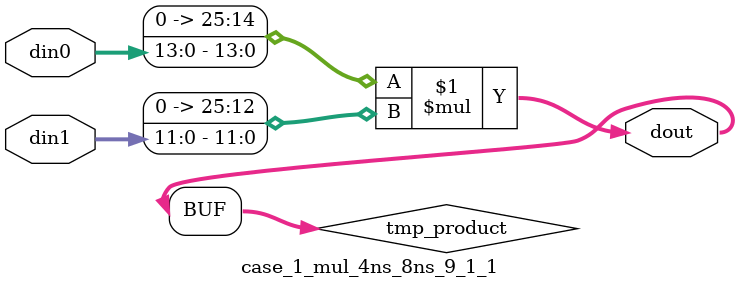
<source format=v>

`timescale 1 ns / 1 ps

 (* use_dsp = "no" *)  module case_1_mul_4ns_8ns_9_1_1(din0, din1, dout);
parameter ID = 1;
parameter NUM_STAGE = 0;
parameter din0_WIDTH = 14;
parameter din1_WIDTH = 12;
parameter dout_WIDTH = 26;

input [din0_WIDTH - 1 : 0] din0; 
input [din1_WIDTH - 1 : 0] din1; 
output [dout_WIDTH - 1 : 0] dout;

wire signed [dout_WIDTH - 1 : 0] tmp_product;
























assign tmp_product = $signed({1'b0, din0}) * $signed({1'b0, din1});











assign dout = tmp_product;





















endmodule

</source>
